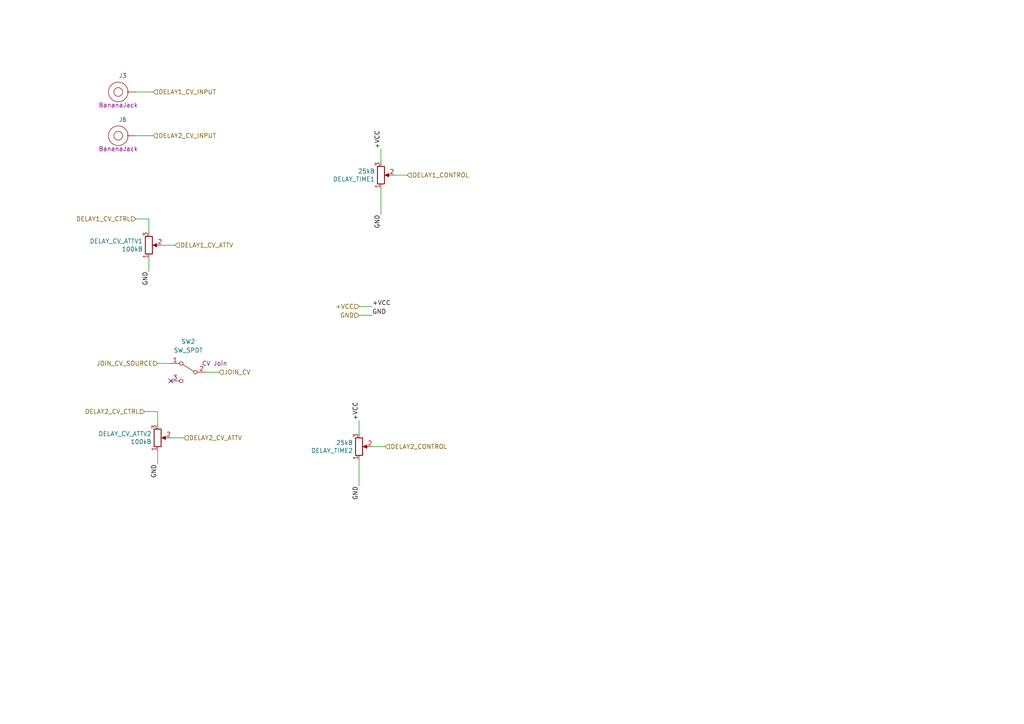
<source format=kicad_sch>
(kicad_sch (version 20211123) (generator eeschema)
  (paper "A4")
  (lib_symbols
    (symbol "BananaJacks:BananaJack_PanelMount" (pin_numbers hide) (pin_names (offset 1.016))
      (property "Reference" "J" (at 0 3.81 0))
      (property "Note" "BananaJack" (at 0 -3.81 0))
      (symbol "BananaJack_PanelMount_0_1"
        (circle (center 0 0) (radius 1.27))
        (circle (center 0 0) (radius 2.8448))
      )
      (symbol "BananaJack_PanelMount_1_1"
        (pin bidirectional line (at 5.08 0 180) (length 2.54) (name "~") (number "1"))
      )
    )
    (symbol "Device:R_Potentiometer" (pin_names (offset 1.016) hide)
      (property "Reference" "RV" (at -4.445 0 90))
      (property "Value" "R_Potentiometer" (at -2.54 0 90))
      (symbol "R_Potentiometer_0_1"
        (polyline (pts (xy 2.54 0) (xy 1.524 0)))
        (polyline (pts (xy 1.143 0) (xy 2.286 0.508) (xy 2.286 -0.508) (xy 1.143 0)) (fill (type outline)))
        (rectangle (start 1.016 2.54) (end -1.016 -2.54) (stroke (width 0.254)))
      )
      (symbol "R_Potentiometer_1_1"
        (pin passive line (at 0 3.81 270) (length 1.27) (name "1") (number "1"))
        (pin passive line (at 3.81 0 180) (length 1.27) (name "2") (number "2"))
        (pin passive line (at 0 -3.81 90) (length 1.27) (name "3") (number "3"))
      )
    )
    (symbol "Switch:SW_SPDT" (pin_names (offset 0) hide)
      (property "Reference" "SW" (at 0 4.318 0))
      (property "Value" "SW_SPDT" (at 0 -5.08 0))
      (symbol "SW_SPDT_0_0"
        (circle (center -2.032 0) (radius 0.508))
        (circle (center 2.032 -2.54) (radius 0.508))
      )
      (symbol "SW_SPDT_0_1"
        (polyline (pts (xy -1.524 0.254) (xy 1.651 2.286)))
        (circle (center 2.032 2.54) (radius 0.508))
      )
      (symbol "SW_SPDT_1_1"
        (pin passive line (at 5.08 2.54 180) (length 2.54) (name "A") (number "1"))
        (pin passive line (at -5.08 0 0) (length 2.54) (name "B") (number "2"))
        (pin passive line (at 5.08 -2.54 180) (length 2.54) (name "C") (number "3"))
      )
    )
  )
  (no_connect (at 49.53 110.49))
  (wire (pts (xy 45.72 119.38) (xy 45.72 123.19)))
  (wire (pts (xy 46.99 71.12) (xy 50.8 71.12)))
  (wire (pts (xy 49.53 105.41) (xy 45.72 105.41)))
  (wire (pts (xy 59.69 107.95) (xy 63.5 107.95)))
  (wire (pts (xy 104.14 121.92) (xy 104.14 125.73)))
  (wire (pts (xy 43.18 63.5) (xy 43.18 67.31)))
  (wire (pts (xy 118.11 50.8) (xy 114.3 50.8)))
  (wire (pts (xy 39.37 63.5) (xy 43.18 63.5)))
  (wire (pts (xy 49.53 127) (xy 53.34 127)))
  (wire (pts (xy 107.95 88.9) (xy 104.14 88.9)))
  (wire (pts (xy 111.76 129.54) (xy 107.95 129.54)))
  (wire (pts (xy 110.49 54.61) (xy 110.49 62.23)))
  (wire (pts (xy 45.72 130.81) (xy 45.72 134.62)))
  (wire (pts (xy 110.49 43.18) (xy 110.49 46.99)))
  (wire (pts (xy 39.37 26.67) (xy 44.45 26.67)))
  (wire (pts (xy 41.91 119.38) (xy 45.72 119.38)))
  (wire (pts (xy 39.37 39.37) (xy 44.45 39.37)))
  (wire (pts (xy 43.18 74.93) (xy 43.18 78.74)))
  (wire (pts (xy 104.14 133.35) (xy 104.14 140.97)))
  (wire (pts (xy 104.14 91.44) (xy 107.95 91.44)))
  (label "GND" (at 43.18 78.74 270))
  (label "+VCC" (at 107.95 88.9 0))
  (label "+VCC" (at 110.49 43.18 90))
  (label "GND" (at 45.72 134.62 270))
  (label "GND" (at 104.14 140.97 270))
  (label "GND" (at 107.95 91.44 0))
  (label "GND" (at 110.49 62.23 270))
  (label "+VCC" (at 104.14 121.92 90))
  (hierarchical_label "DELAY2_CV_ATTV" (shape input) (at 53.34 127 0))
  (hierarchical_label "JOIN_CV" (shape input) (at 63.5 107.95 0))
  (hierarchical_label "DELAY2_CV_CTRL" (shape input) (at 41.91 119.38 180))
  (hierarchical_label "+VCC" (shape input) (at 104.14 88.9 180))
  (hierarchical_label "DELAY2_CONTROL" (shape input) (at 111.76 129.54 0))
  (hierarchical_label "DELAY1_CV_ATTV" (shape input) (at 50.8 71.12 0))
  (hierarchical_label "DELAY1_CV_INPUT" (shape input) (at 44.45 26.67 0))
  (hierarchical_label "DELAY1_CONTROL" (shape input) (at 118.11 50.8 0))
  (hierarchical_label "DELAY2_CV_INPUT" (shape input) (at 44.45 39.37 0))
  (hierarchical_label "DELAY1_CV_CTRL" (shape input) (at 39.37 63.5 180))
  (hierarchical_label "GND" (shape input) (at 104.14 91.44 180))
  (hierarchical_label "JOIN_CV_SOURCE" (shape input) (at 45.72 105.41 180))
  (symbol (lib_id "BananaJacks:BananaJack_PanelMount") (at 34.29 26.67 0) (unit 1)
    (property "Reference" "J3" (at 35.6108 21.971 0))
    (property "Value" "BananaJack_PanelMount" (effects hide))
    (property "Footprint" "Rumblesan_Footprints:BananaJack_THT_JohnsonCinch_108-09" (effects hide))
    (property "SKU" "108-0901-1" (effects hide))
    (property "Vendor" "Mouser" (effects hide))
    (property "Note" "BananaJack" (at 34.29 30.48 0))
  )
  (symbol (lib_id "Device:R_Potentiometer") (at 43.18 71.12 0) (mirror x) (unit 1)
    (property "Reference" "DELAY_CV_ATTV1" (at 41.4274 69.9516 0) (effects (justify right)))
    (property "Value" "100kB" (at 41.4274 72.263 0) (effects (justify right)))
    (property "Footprint" "Rumblesan_Footprints:Potentiometer_Alpha_RD901F-40-00D_Single_Vertical_CircularHoles" (effects hide))
    (property "Vendor" "Thonk" (effects hide))
  )
  (symbol (lib_id "Device:R_Potentiometer") (at 110.49 50.8 0) (mirror x) (unit 1)
    (property "Reference" "DELAY_TIME1" (at 108.7374 51.9684 0) (effects (justify right)))
    (property "Value" "25kB" (at 108.7374 49.657 0) (effects (justify right)))
    (property "Footprint" "Rumblesan_Footprints:Potentiometer_Alpha_RD901F-40-00D_Single_Vertical_CircularHoles" (effects hide))
    (property "Vendor" "Thonk" (effects hide))
  )
  (symbol (lib_id "BananaJacks:BananaJack_PanelMount") (at 34.29 39.37 0) (unit 1)
    (property "Reference" "J6" (at 35.6108 34.671 0))
    (property "Value" "BananaJack_PanelMount" (effects hide))
    (property "Footprint" "Rumblesan_Footprints:BananaJack_THT_JohnsonCinch_108-09" (effects hide))
    (property "SKU" "108-0901-1" (effects hide))
    (property "Vendor" "Mouser" (effects hide))
    (property "Note" "BananaJack" (at 34.29 43.18 0))
  )
  (symbol (lib_id "Device:R_Potentiometer") (at 45.72 127 0) (mirror x) (unit 1)
    (property "Reference" "DELAY_CV_ATTV2" (at 43.9674 125.8316 0) (effects (justify right)))
    (property "Value" "100kB" (at 43.9674 128.143 0) (effects (justify right)))
    (property "Footprint" "Rumblesan_Footprints:Potentiometer_Alpha_RD901F-40-00D_Single_Vertical_CircularHoles" (effects hide))
    (property "Vendor" "Thonk" (effects hide))
  )
  (symbol (lib_id "Device:R_Potentiometer") (at 104.14 129.54 0) (mirror x) (unit 1)
    (property "Reference" "DELAY_TIME2" (at 102.3874 130.7084 0) (effects (justify right)))
    (property "Value" "25kB" (at 102.3874 128.397 0) (effects (justify right)))
    (property "Footprint" "Rumblesan_Footprints:Potentiometer_Alpha_RD901F-40-00D_Single_Vertical_CircularHoles" (effects hide))
    (property "Vendor" "Thonk" (effects hide))
  )
  (symbol (lib_id "Switch:SW_SPDT") (at 54.61 107.95 0) (mirror y) (unit 1)
    (property "Reference" "SW2" (at 54.61 99.06 0))
    (property "Value" "SW_SPDT" (at 54.61 101.6 0))
    (property "Footprint" "Rumblesan_Footprints:Toggle_Switch_100SP1T1B3M2QE" (effects hide))
    (property "Vendor" "Mouser" (effects hide))
    (property "SKU" "612-100SP1T1B3M2QEH" (effects hide))
    (property "Note" "CV Join" (at 62.23 105.41 0))
  )
)
</source>
